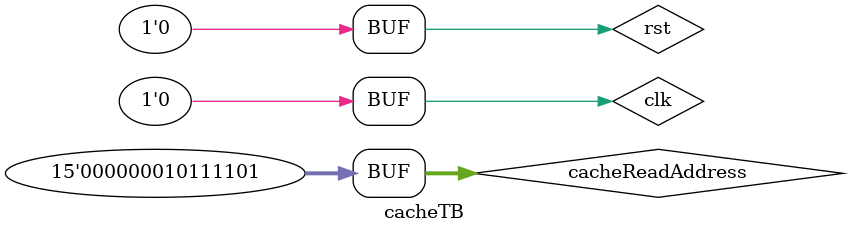
<source format=v>
module cacheTB();
	
	reg clk = 0;
  	reg rst = 1;
  	wire cacheWrite, Hit, Miss;
  	reg [14:0] cacheReadAddress;
  	wire [14:0] memReadAddress;
  	wire [127:0] dataIn;
  	wire [31:0] out;
  	initial repeat (10) #70 clk = ~clk;

  	initial begin
    	#100
    	rst = 0;
    	cacheReadAddress = 15'd185;
    	#40
    	cacheReadAddress = 15'd189;
  	end

	cache C (
		.clock(clk), 
		.memWrite(cacheWrite), 
		.cacheReadAddress(cacheReadAddress), 
		.dataIn(dataIn), 
		.out(out), 
		.Hit(Hit), 
		.Miss(Miss), 
		.memReadAddress(memReadAddress)
		);
	dataMemory DM(clk, 1'b0, memReadAddress, 32'b0, dataIn);

endmodule


</source>
